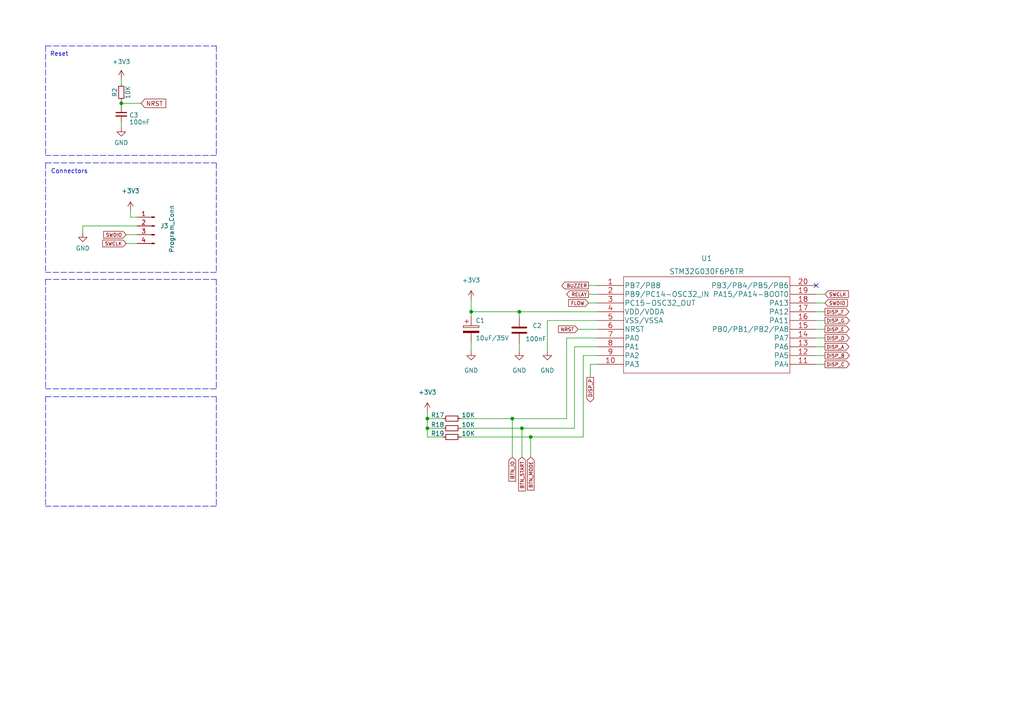
<source format=kicad_sch>
(kicad_sch (version 20211123) (generator eeschema)
  (paper "A4")
  (title_block (title "MILK POMP") (date "2022-12-06") (rev "V2") (company "ELTASSAN LTD") (comment 1 "EYYÜP KARAKAYA ") (comment 2 "DONANIM TASARIM MÜHENDİSİ"))
  (lib_symbols
    (symbol "Connector:Conn_01x04_Male" (pin_names (offset 1.016) hide)
      (property "Reference" "J" (at 0 5.08 0))
      (property "Value" "Conn_01x04_Male" (at 0 -7.62 0))
      (symbol "Conn_01x04_Male_1_1"
        (polyline (pts (xy 1.27 -5.08) (xy 0.8636 -5.08)) (stroke (width 0.1524)))
        (polyline (pts (xy 1.27 -2.54) (xy 0.8636 -2.54)) (stroke (width 0.1524)))
        (polyline (pts (xy 1.27 0) (xy 0.8636 0)) (stroke (width 0.1524)))
        (polyline (pts (xy 1.27 2.54) (xy 0.8636 2.54)) (stroke (width 0.1524)))
        (rectangle (start 0.8636 -4.953) (end 0 -5.207) (stroke (width 0.1524)) (fill (type outline)))
        (rectangle (start 0.8636 -2.413) (end 0 -2.667) (stroke (width 0.1524)) (fill (type outline)))
        (rectangle (start 0.8636 0.127) (end 0 -0.127) (stroke (width 0.1524)) (fill (type outline)))
        (rectangle (start 0.8636 2.667) (end 0 2.413) (stroke (width 0.1524)) (fill (type outline)))
        (pin passive line (at 5.08 2.54 180) (length 3.81) (name "Pin_1") (number "1"))
        (pin passive line (at 5.08 0 180) (length 3.81) (name "Pin_2") (number "2"))
        (pin passive line (at 5.08 -2.54 180) (length 3.81) (name "Pin_3") (number "3"))
        (pin passive line (at 5.08 -5.08 180) (length 3.81) (name "Pin_4") (number "4"))
      )
    )
    (symbol "Device:C" (pin_numbers hide) (pin_names (offset 0.254))
      (property "Reference" "C" (at 0.635 2.54 0))
      (property "Value" "C" (at 0.635 -2.54 0))
      (symbol "C_0_1"
        (polyline (pts (xy -2.032 -0.762) (xy 2.032 -0.762)) (stroke (width 0.508)))
        (polyline (pts (xy -2.032 0.762) (xy 2.032 0.762)) (stroke (width 0.508)))
      )
      (symbol "C_1_1"
        (pin passive line (at 0 3.81 270) (length 2.794) (name "~") (number "1"))
        (pin passive line (at 0 -3.81 90) (length 2.794) (name "~") (number "2"))
      )
    )
    (symbol "Device:CP" (pin_numbers hide) (pin_names (offset 0.254))
      (property "Reference" "C" (at 0.635 2.54 0))
      (property "Value" "Device_CP" (at 0.635 -2.54 0))
      (symbol "CP_0_1"
        (rectangle (start -2.286 0.508) (end 2.286 1.016))
        (polyline (pts (xy -1.778 2.286) (xy -0.762 2.286)))
        (polyline (pts (xy -1.27 2.794) (xy -1.27 1.778)))
        (rectangle (start 2.286 -0.508) (end -2.286 -1.016) (fill (type outline)))
      )
      (symbol "CP_1_1"
        (pin passive line (at 0 3.81 270) (length 2.794) (name "~") (number "1"))
        (pin passive line (at 0 -3.81 90) (length 2.794) (name "~") (number "2"))
      )
    )
    (symbol "Device:C_Small" (pin_numbers hide) (pin_names (offset 0.254) hide)
      (property "Reference" "C" (at 0.254 1.778 0))
      (property "Value" "C_Small" (at 0.254 -2.032 0))
      (symbol "C_Small_0_1"
        (polyline (pts (xy -1.524 -0.508) (xy 1.524 -0.508)) (stroke (width 0.3302)))
        (polyline (pts (xy -1.524 0.508) (xy 1.524 0.508)) (stroke (width 0.3048)))
      )
      (symbol "C_Small_1_1"
        (pin passive line (at 0 2.54 270) (length 2.032) (name "~") (number "1"))
        (pin passive line (at 0 -2.54 90) (length 2.032) (name "~") (number "2"))
      )
    )
    (symbol "Device:R_Small" (pin_numbers hide) (pin_names (offset 0.254) hide)
      (property "Reference" "R" (at 0.762 0.508 0))
      (property "Value" "R_Small" (at 0.762 -1.016 0))
      (symbol "R_Small_0_1"
        (rectangle (start -0.762 1.778) (end 0.762 -1.778) (stroke (width 0.2032)))
      )
      (symbol "R_Small_1_1"
        (pin passive line (at 0 2.54 270) (length 0.762) (name "~") (number "1"))
        (pin passive line (at 0 -2.54 90) (length 0.762) (name "~") (number "2"))
      )
    )
    (symbol "STM32G030F6P6TR:STM32G030F6P6TR" (pin_names (offset 0.254))
      (property "Reference" "U1" (at 31.75 6.604 0))
      (property "Value" "STM32G030F6P6TR" (at 31.75 2.794 0))
      (symbol "STM32G030F6P6TR_1_1"
        (polyline (pts (xy 7.62 -26.67) (xy 55.88 -26.67)) (stroke (width 0.127)))
        (polyline (pts (xy 7.62 1.27) (xy 7.62 -26.67)) (stroke (width 0.127)))
        (polyline (pts (xy 55.88 -26.67) (xy 55.88 1.27)) (stroke (width 0.127)))
        (polyline (pts (xy 55.88 1.27) (xy 7.62 1.27)) (stroke (width 0.127)))
        (pin bidirectional line (at 0 -1.27 0) (length 7.62) (name "PB7/PB8") (number "1"))
        (pin bidirectional line (at 0 -24.13 0) (length 7.62) (name "PA3") (number "10"))
        (pin bidirectional line (at 63.5 -24.13 180) (length 7.62) (name "PA4") (number "11"))
        (pin bidirectional line (at 63.5 -21.59 180) (length 7.62) (name "PA5") (number "12"))
        (pin bidirectional line (at 63.5 -19.05 180) (length 7.62) (name "PA6") (number "13"))
        (pin bidirectional line (at 63.5 -16.51 180) (length 7.62) (name "PA7") (number "14"))
        (pin bidirectional line (at 63.5 -13.97 180) (length 7.62) (name "PB0/PB1/PB2/PA8") (number "15"))
        (pin bidirectional line (at 63.5 -11.43 180) (length 7.62) (name "PA11") (number "16"))
        (pin bidirectional line (at 63.5 -8.89 180) (length 7.62) (name "PA12") (number "17"))
        (pin bidirectional line (at 63.5 -6.35 180) (length 7.62) (name "PA13") (number "18"))
        (pin bidirectional line (at 63.5 -3.81 180) (length 7.62) (name "PA15/PA14-BOOT0") (number "19"))
        (pin bidirectional line (at 0 -3.81 0) (length 7.62) (name "PB9/PC14-OSC32_IN") (number "2"))
        (pin bidirectional line (at 63.5 -1.27 180) (length 7.62) (name "PB3/PB4/PB5/PB6") (number "20"))
        (pin bidirectional line (at 0 -6.35 0) (length 7.62) (name "PC15-OSC32_OUT") (number "3"))
        (pin power_in line (at 0 -8.89 0) (length 7.62) (name "VDD/VDDA") (number "4"))
        (pin power_in line (at 0 -11.43 0) (length 7.62) (name "VSS/VSSA") (number "5"))
        (pin bidirectional line (at 0 -13.97 0) (length 7.62) (name "NRST") (number "6"))
        (pin bidirectional line (at 0 -16.51 0) (length 7.62) (name "PA0") (number "7"))
        (pin bidirectional line (at 0 -19.05 0) (length 7.62) (name "PA1") (number "8"))
        (pin bidirectional line (at 0 -21.59 0) (length 7.62) (name "PA2") (number "9"))
      )
    )
    (symbol "power:+3V3" (power) (pin_names (offset 0))
      (property "Value" "+3V3" (at 0 3.556 0))
      (symbol "+3V3_0_1"
        (polyline (pts (xy -0.762 1.27) (xy 0 2.54)))
        (polyline (pts (xy 0 0) (xy 0 2.54)))
        (polyline (pts (xy 0 2.54) (xy 0.762 1.27)))
      )
      (symbol "+3V3_1_1"
        (pin power_in line (at 0 0 90) (length 0) hide (name "+3V3") (number "1"))
      )
    )
    (symbol "power:GND" (power) (pin_names (offset 0))
      (property "Value" "GND" (at 0 -3.81 0))
      (symbol "GND_0_1"
        (polyline (pts (xy 0 0) (xy 0 -1.27) (xy 1.27 -1.27) (xy 0 -2.54) (xy -1.27 -1.27) (xy 0 -1.27)))
      )
      (symbol "GND_1_1"
        (pin power_in line (at 0 0 270) (length 0) hide (name "GND") (number "1"))
      )
    )
  )
  (junction (at 35.179 29.972))
  (junction (at 123.952 121.412))
  (junction (at 153.924 126.746))
  (junction (at 148.59 121.412))
  (junction (at 136.652 90.424))
  (junction (at 123.952 124.206))
  (junction (at 151.384 124.206))
  (junction (at 150.622 90.424))
  (no_connect (at 236.728 82.804))
  (polyline (pts (xy 13.208 115.062) (xy 62.738 115.062)))
  (polyline (pts (xy 13.208 13.335) (xy 62.738 13.335)))
  (polyline (pts (xy 13.208 47.244) (xy 13.208 78.994)))
  (wire (pts (xy 150.622 99.568) (xy 150.622 101.854)))
  (polyline (pts (xy 62.738 45.085) (xy 13.208 45.085)))
  (wire (pts (xy 171.196 105.664) (xy 173.228 105.664)))
  (polyline (pts (xy 62.738 146.812) (xy 13.208 146.812)))
  (wire (pts (xy 153.924 126.746) (xy 153.924 132.588)))
  (wire (pts (xy 167.64 95.504) (xy 173.228 95.504)))
  (wire (pts (xy 148.59 121.412) (xy 148.59 132.588)))
  (wire (pts (xy 173.228 82.804) (xy 170.688 82.804)))
  (wire (pts (xy 123.952 119.38) (xy 123.952 121.412)))
  (wire (pts (xy 236.728 103.124) (xy 239.268 103.124)))
  (wire (pts (xy 150.622 90.424) (xy 173.228 90.424)))
  (wire (pts (xy 153.924 126.746) (xy 169.164 126.746)))
  (polyline (pts (xy 13.208 115.062) (xy 13.208 146.812)))
  (wire (pts (xy 166.624 100.584) (xy 173.228 100.584)))
  (wire (pts (xy 37.846 61.087) (xy 37.846 62.992)))
  (wire (pts (xy 158.75 92.964) (xy 173.228 92.964)))
  (wire (pts (xy 36.576 68.072) (xy 39.751 68.072)))
  (wire (pts (xy 37.846 62.992) (xy 39.751 62.992)))
  (wire (pts (xy 133.604 126.746) (xy 153.924 126.746)))
  (wire (pts (xy 35.179 22.987) (xy 35.179 24.257)))
  (wire (pts (xy 171.196 105.664) (xy 171.196 109.474)))
  (wire (pts (xy 236.728 85.344) (xy 239.268 85.344)))
  (polyline (pts (xy 13.208 47.244) (xy 62.738 47.244)))
  (wire (pts (xy 239.268 92.964) (xy 236.728 92.964)))
  (polyline (pts (xy 62.738 47.244) (xy 62.738 78.994)))
  (wire (pts (xy 150.622 91.948) (xy 150.622 90.424)))
  (polyline (pts (xy 13.208 81.026) (xy 62.738 81.026)))
  (wire (pts (xy 35.179 29.337) (xy 35.179 29.972)))
  (wire (pts (xy 39.751 65.532) (xy 24.003 65.532)))
  (wire (pts (xy 148.59 121.412) (xy 164.338 121.412)))
  (wire (pts (xy 236.728 105.664) (xy 239.268 105.664)))
  (wire (pts (xy 24.003 65.532) (xy 24.003 67.564)))
  (wire (pts (xy 136.652 99.314) (xy 136.652 101.854)))
  (wire (pts (xy 150.622 90.424) (xy 136.652 90.424)))
  (wire (pts (xy 239.268 90.424) (xy 236.728 90.424)))
  (wire (pts (xy 151.384 124.206) (xy 151.384 132.588)))
  (wire (pts (xy 35.179 29.972) (xy 35.179 30.607)))
  (wire (pts (xy 123.952 121.412) (xy 123.952 124.206)))
  (polyline (pts (xy 13.208 13.335) (xy 13.208 45.085)))
  (wire (pts (xy 164.338 121.412) (xy 164.338 98.044)))
  (wire (pts (xy 136.652 86.868) (xy 136.652 90.424)))
  (wire (pts (xy 158.75 92.964) (xy 158.75 101.854)))
  (polyline (pts (xy 62.738 13.335) (xy 62.738 45.085)))
  (wire (pts (xy 170.688 85.344) (xy 173.228 85.344)))
  (wire (pts (xy 133.604 124.206) (xy 151.384 124.206)))
  (wire (pts (xy 236.728 98.044) (xy 239.268 98.044)))
  (wire (pts (xy 128.524 124.206) (xy 123.952 124.206)))
  (wire (pts (xy 236.728 100.584) (xy 239.268 100.584)))
  (polyline (pts (xy 13.208 81.026) (xy 13.208 112.776)))
  (polyline (pts (xy 62.738 81.026) (xy 62.738 112.776)))
  (wire (pts (xy 35.179 29.972) (xy 40.894 29.972)))
  (polyline (pts (xy 62.738 78.994) (xy 13.208 78.994)))
  (wire (pts (xy 173.228 87.884) (xy 170.688 87.884)))
  (polyline (pts (xy 62.738 115.062) (xy 62.738 146.812)))
  (wire (pts (xy 35.179 35.687) (xy 35.179 36.957)))
  (wire (pts (xy 128.524 121.412) (xy 123.952 121.412)))
  (wire (pts (xy 236.728 95.504) (xy 239.268 95.504)))
  (wire (pts (xy 236.728 87.884) (xy 239.268 87.884)))
  (wire (pts (xy 136.652 90.424) (xy 136.652 91.694)))
  (wire (pts (xy 164.338 98.044) (xy 173.228 98.044)))
  (wire (pts (xy 128.524 126.746) (xy 123.952 126.746)))
  (wire (pts (xy 36.576 70.612) (xy 39.751 70.612)))
  (wire (pts (xy 169.164 103.124) (xy 173.228 103.124)))
  (polyline (pts (xy 62.738 112.776) (xy 13.208 112.776)))
  (wire (pts (xy 169.164 126.746) (xy 169.164 103.124)))
  (wire (pts (xy 151.384 124.206) (xy 166.624 124.206)))
  (wire (pts (xy 133.604 121.412) (xy 148.59 121.412)))
  (wire (pts (xy 123.952 124.206) (xy 123.952 126.746)))
  (wire (pts (xy 166.624 124.206) (xy 166.624 100.584)))
  (text "Connectors" (at 14.732 50.546 0) (effects (font (size 1.27 1.27)) (justify left bottom)))
  (text "Reset" (at 14.478 16.51 0) (effects (font (size 1.27 1.27)) (justify left bottom)))
  (global_label "SWDIO" (shape input) (at 239.268 87.884 0) (effects (font (size 1 1))) (property "Intersheet References" "${INTERSHEET_REFS}" (effects hide)))
  (global_label "BUZZER" (shape output) (at 170.688 82.804 180) (effects (font (size 1 1))) (property "Intersheet References" "${INTERSHEET_REFS}" (effects hide)))
  (global_label "BTN_IO" (shape input) (at 148.59 132.588 270) (effects (font (size 1 1))) (property "Intersheet References" "${INTERSHEET_REFS}" (effects hide)))
  (global_label "DISP_C" (shape output) (at 239.268 105.664 0) (effects (font (size 1 1))) (property "Intersheet References" "${INTERSHEET_REFS}" (effects hide)))
  (global_label "DISP_A" (shape output) (at 239.268 100.584 0) (effects (font (size 1 1))) (property "Intersheet References" "${INTERSHEET_REFS}" (effects hide)))
  (global_label "NRST" (shape input) (at 167.64 95.504 180) (effects (font (size 1 1))) (property "Intersheet References" "${INTERSHEET_REFS}" (effects hide)))
  (global_label "DISP_F" (shape output) (at 239.268 90.424 0) (effects (font (size 1 1))) (property "Intersheet References" "${INTERSHEET_REFS}" (effects hide)))
  (global_label "SWDIO" (shape input) (at 36.576 68.072 180) (effects (font (size 1 1))) (property "Intersheet References" "${INTERSHEET_REFS}" (effects hide)))
  (global_label "DISP_P" (shape output) (at 171.196 109.474 270) (effects (font (size 1 1))) (property "Intersheet References" "${INTERSHEET_REFS}" (effects hide)))
  (global_label "RELAY" (shape output) (at 170.688 85.344 180) (effects (font (size 1 1))) (property "Intersheet References" "${INTERSHEET_REFS}" (effects hide)))
  (global_label "DISP_G" (shape output) (at 239.268 92.964 0) (effects (font (size 1 1))) (property "Intersheet References" "${INTERSHEET_REFS}" (effects hide)))
  (global_label "FLOW" (shape input) (at 170.688 87.884 180) (effects (font (size 1 1))) (property "Intersheet References" "${INTERSHEET_REFS}" (effects hide)))
  (global_label "DISP_B" (shape output) (at 239.268 103.124 0) (effects (font (size 1 1))) (property "Intersheet References" "${INTERSHEET_REFS}" (effects hide)))
  (global_label "DISP_E" (shape output) (at 239.268 95.504 0) (effects (font (size 1 1))) (property "Intersheet References" "${INTERSHEET_REFS}" (effects hide)))
  (global_label "BTN_MODE" (shape input) (at 153.924 132.588 270) (effects (font (size 1 1))) (property "Intersheet References" "${INTERSHEET_REFS}" (effects hide)))
  (global_label "SWCLK" (shape input) (at 36.576 70.612 180) (effects (font (size 1 1))) (property "Intersheet References" "${INTERSHEET_REFS}" (effects hide)))
  (global_label "NRST" (shape input) (at 40.894 29.972 0) (property "Intersheet References" "${INTERSHEET_REFS}" (effects hide)))
  (global_label "BTN_START" (shape input) (at 151.384 132.588 270) (effects (font (size 1 1))) (property "Intersheet References" "${INTERSHEET_REFS}" (effects hide)))
  (global_label "DISP_D" (shape output) (at 239.268 98.044 0) (effects (font (size 1 1))) (property "Intersheet References" "${INTERSHEET_REFS}" (effects hide)))
  (global_label "SWCLK" (shape input) (at 239.268 85.344 0) (effects (font (size 1 1))) (property "Intersheet References" "${INTERSHEET_REFS}" (effects hide)))
  (symbol (lib_id "power:GND") (at 24.003 67.564 0) (unit 1)
    (property "Reference" "#PWR015" (effects hide))
    (property "Value" "GND" (at 24.003 72.009 0))
  )
  (symbol (lib_id "power:+3V3") (at 35.179 22.987 0) (unit 1)
    (property "Reference" "#PWR06" (effects hide))
    (property "Value" "+3V3" (at 35.179 17.907 0))
  )
  (symbol (lib_id "Device:R_Small") (at 35.179 26.797 180) (unit 1)
    (property "Reference" "R2" (at 33.274 26.797 90))
    (property "Value" "10K" (at 37.084 26.797 90))
    (property "Footprint" "Resistor_SMD:R_0603_1608Metric" (effects hide))
  )
  (symbol (lib_id "power:GND") (at 158.75 101.854 0) (mirror y) (unit 1)
    (property "Reference" "#PWR012" (effects hide))
    (property "Value" "GND" (at 158.75 107.442 0))
  )
  (symbol (lib_id "power:+3V3") (at 123.952 119.38 0) (mirror y) (unit 1)
    (property "Reference" "#PWR08" (effects hide))
    (property "Value" "+3V3" (at 123.952 113.792 0))
  )
  (symbol (lib_id "Device:C") (at 150.622 95.758 0) (unit 1)
    (property "Reference" "C2" (at 154.432 94.4879 0) (effects (justify left)))
    (property "Value" "100nF" (at 152.4 98.298 0) (effects (justify left)))
    (property "Footprint" "Capacitor_SMD:C_0603_1608Metric" (effects hide))
    (property "Datasheet" "https://www.yageo.com/upload/media/product/productsearch/datasheet/mlcc/UPY-AC_NP0X7RX7S_6.3V-to-2KV_19.pdf" (effects hide))
    (property "Digikey" "AC0603KPX7R7BB104" (effects hide))
  )
  (symbol (lib_id "power:GND") (at 35.179 36.957 0) (unit 1)
    (property "Reference" "#PWR07" (effects hide))
    (property "Value" "GND" (at 35.179 41.402 0))
  )
  (symbol (lib_id "Connector:Conn_01x04_Male") (at 44.831 65.532 0) (mirror y) (unit 1)
    (property "Reference" "J3" (at 46.482 65.5319 0) (effects (justify right)))
    (property "Value" "Program_Conn" (at 49.784 59.436 90) (effects (justify right)))
    (property "Footprint" "Connector_PinHeader_2.54mm:PinHeader_1x04_P2.54mm_Vertical" (effects hide))
  )
  (symbol (lib_id "STM32G030F6P6TR:STM32G030F6P6TR") (at 173.228 81.534 0) (unit 1)
    (property "Reference" "U1" (at 204.978 74.93 0) (effects (font (size 1.524 1.524))))
    (property "Value" "STM32G030F6P6TR" (at 204.978 78.74 0) (effects (font (size 1.524 1.524))))
    (property "Footprint" "TSSOP_20:SOP65P640X120-20N" (effects hide))
    (property "Datasheet" "https://www.st.com/resource/en/datasheet/stm32g030f6.pdf" (effects hide))
  )
  (symbol (lib_id "Device:CP") (at 136.652 95.504 0) (unit 1)
    (property "Reference" "C1" (at 137.922 92.964 0) (effects (justify left)))
    (property "Value" "10uF/35V" (at 137.922 98.044 0) (effects (justify left)))
    (property "Footprint" "Capacitor_SMD:CP_Elec_6.3x7.7" (effects hide))
    (property "Digikey" "10-EEE-FN1A100RDKR-ND" (effects hide))
  )
  (symbol (lib_id "power:GND") (at 150.622 101.854 0) (mirror y) (unit 1)
    (property "Reference" "#PWR011" (effects hide))
    (property "Value" "GND" (at 150.622 107.442 0))
  )
  (symbol (lib_id "Device:R_Small") (at 131.064 126.746 270) (mirror x) (unit 1)
    (property "Reference" "R19" (at 124.968 125.73 90) (effects (justify left)))
    (property "Value" "10K" (at 133.858 125.73 90) (effects (justify left)))
    (property "Footprint" "Resistor_SMD:R_0603_1608Metric" (effects hide))
  )
  (symbol (lib_id "power:+3V3") (at 37.846 61.087 0) (unit 1)
    (property "Reference" "#PWR014" (effects hide))
    (property "Value" "+3V3" (at 37.846 55.372 0))
  )
  (symbol (lib_id "Device:R_Small") (at 131.064 121.412 270) (mirror x) (unit 1)
    (property "Reference" "R17" (at 124.968 120.396 90) (effects (justify left)))
    (property "Value" "10K" (at 133.858 120.396 90) (effects (justify left)))
    (property "Footprint" "Resistor_SMD:R_0603_1608Metric" (effects hide))
  )
  (symbol (lib_id "Device:C_Small") (at 35.179 33.147 0) (unit 1)
    (property "Reference" "C3" (at 37.465 33.401 0) (effects (justify left)))
    (property "Value" "100nF" (at 37.465 35.433 0) (effects (justify left)))
    (property "Footprint" "Capacitor_SMD:C_0603_1608Metric" (effects hide))
  )
  (symbol (lib_id "power:GND") (at 136.652 101.854 0) (mirror y) (unit 1)
    (property "Reference" "#PWR010" (effects hide))
    (property "Value" "GND" (at 136.652 107.442 0))
  )
  (symbol (lib_id "power:+3V3") (at 136.652 86.868 0) (mirror y) (unit 1)
    (property "Reference" "#PWR09" (effects hide))
    (property "Value" "+3V3" (at 136.652 81.28 0))
  )
  (symbol (lib_id "Device:R_Small") (at 131.064 124.206 270) (mirror x) (unit 1)
    (property "Reference" "R18" (at 124.968 123.19 90) (effects (justify left)))
    (property "Value" "10K" (at 133.858 123.19 90) (effects (justify left)))
    (property "Footprint" "Resistor_SMD:R_0603_1608Metric" (effects hide))
  )
)
</source>
